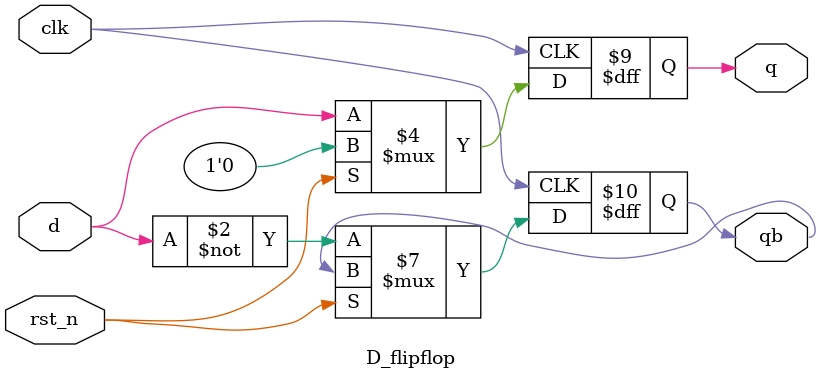
<source format=sv>
module D_flipflop (
  input clk, rst_n,
  input d,
  output reg q,qb
  );
  
  always@(posedge clk) 
    begin
    if(rst_n) 
      q <= 0;

    else 
      begin
      q <= d;
      qb <=~ d;
      end
  end
  
endmodule

</source>
